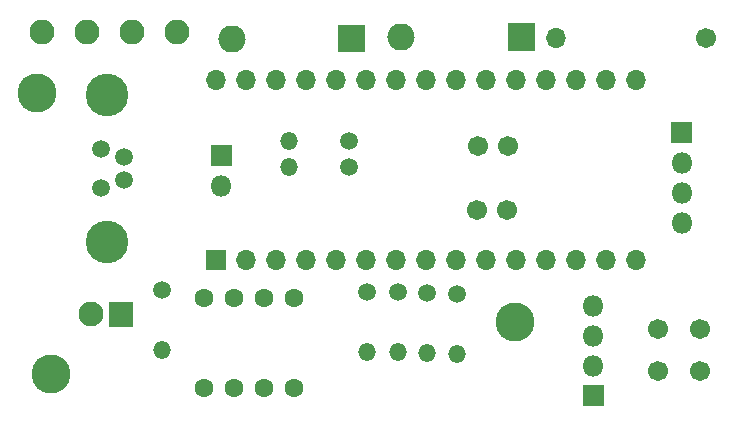
<source format=gbs>
%TF.GenerationSoftware,KiCad,Pcbnew,(5.1.8)-1*%
%TF.CreationDate,2021-01-24T12:06:26-05:00*%
%TF.ProjectId,TTS,5454532e-6b69-4636-9164-5f7063625858,rev?*%
%TF.SameCoordinates,Original*%
%TF.FileFunction,Soldermask,Bot*%
%TF.FilePolarity,Negative*%
%FSLAX46Y46*%
G04 Gerber Fmt 4.6, Leading zero omitted, Abs format (unit mm)*
G04 Created by KiCad (PCBNEW (5.1.8)-1) date 2021-01-24 12:06:26*
%MOMM*%
%LPD*%
G01*
G04 APERTURE LIST*
%ADD10C,3.301600*%
%ADD11C,3.601600*%
%ADD12C,1.501600*%
%ADD13C,1.701600*%
%ADD14O,1.701600X1.701600*%
%ADD15O,2.101600X2.101600*%
%ADD16C,2.101600*%
%ADD17O,1.501600X1.501600*%
%ADD18C,1.601600*%
%ADD19O,2.301600X2.301600*%
%ADD20O,1.801600X1.801600*%
G04 APERTURE END LIST*
D10*
%TO.C,REF\u002A\u002A*%
X30581600Y-39573200D03*
%TD*%
D11*
%TO.C,J1*%
X36525200Y-39673200D03*
X36525200Y-52173200D03*
D12*
X36025200Y-44273200D03*
X36025200Y-47573200D03*
X37975200Y-46923200D03*
X37975200Y-44923200D03*
%TD*%
D10*
%TO.C,REF\u002A\u002A*%
X31800800Y-63296800D03*
%TD*%
%TO.C,REF\u002A\u002A*%
X71018400Y-58953400D03*
%TD*%
D13*
%TO.C,U2*%
X86733651Y-63086251D03*
X83141549Y-63086251D03*
X83141549Y-59494149D03*
X86733651Y-59494149D03*
%TD*%
%TO.C,A1*%
G36*
G01*
X46545400Y-54546400D02*
X44945400Y-54546400D01*
G75*
G02*
X44894600Y-54495600I0J50800D01*
G01*
X44894600Y-52895600D01*
G75*
G02*
X44945400Y-52844800I50800J0D01*
G01*
X46545400Y-52844800D01*
G75*
G02*
X46596200Y-52895600I0J-50800D01*
G01*
X46596200Y-54495600D01*
G75*
G02*
X46545400Y-54546400I-50800J0D01*
G01*
G37*
D14*
X78765400Y-38455600D03*
X48285400Y-53695600D03*
X76225400Y-38455600D03*
X50825400Y-53695600D03*
X73685400Y-38455600D03*
X53365400Y-53695600D03*
X71145400Y-38455600D03*
X55905400Y-53695600D03*
X68605400Y-38455600D03*
X58445400Y-53695600D03*
X66065400Y-38455600D03*
X60985400Y-53695600D03*
X63525400Y-38455600D03*
X63525400Y-53695600D03*
X60985400Y-38455600D03*
X66065400Y-53695600D03*
X58445400Y-38455600D03*
X68605400Y-53695600D03*
X55905400Y-38455600D03*
X71145400Y-53695600D03*
X53365400Y-38455600D03*
X73685400Y-53695600D03*
X50825400Y-38455600D03*
X76225400Y-53695600D03*
X48285400Y-38455600D03*
X78765400Y-53695600D03*
X45745400Y-38455600D03*
X81305400Y-53695600D03*
X81305400Y-38455600D03*
%TD*%
D13*
%TO.C,C1*%
X67858000Y-49453800D03*
X70358000Y-49453800D03*
%TD*%
%TO.C,C2*%
X70459600Y-44043600D03*
X67959600Y-44043600D03*
%TD*%
D15*
%TO.C,D3*%
X30988000Y-34340800D03*
X34798000Y-34340800D03*
X38608000Y-34340800D03*
X42418000Y-34340800D03*
%TD*%
D16*
%TO.C,D4*%
X35153600Y-58267600D03*
G36*
G01*
X38744400Y-57267600D02*
X38744400Y-59267600D01*
G75*
G02*
X38693600Y-59318400I-50800J0D01*
G01*
X36693600Y-59318400D01*
G75*
G02*
X36642800Y-59267600I0J50800D01*
G01*
X36642800Y-57267600D01*
G75*
G02*
X36693600Y-57216800I50800J0D01*
G01*
X38693600Y-57216800D01*
G75*
G02*
X38744400Y-57267600I0J-50800D01*
G01*
G37*
%TD*%
D13*
%TO.C,R1*%
X87223600Y-34874200D03*
D14*
X74523600Y-34874200D03*
%TD*%
D12*
%TO.C,R2*%
X56972200Y-45796200D03*
D17*
X51892200Y-45796200D03*
%TD*%
%TO.C,R3*%
X51892200Y-43611800D03*
D12*
X56972200Y-43611800D03*
%TD*%
%TO.C,R8*%
X41173400Y-56210200D03*
D17*
X41173400Y-61290200D03*
%TD*%
D18*
%TO.C,U1*%
X52374800Y-64490600D03*
X52374800Y-56870600D03*
X49834800Y-64490600D03*
X49834800Y-56870600D03*
X47294800Y-64490600D03*
X47294800Y-56870600D03*
X44754800Y-64490600D03*
X44754800Y-56870600D03*
%TD*%
%TO.C,D1*%
G36*
G01*
X58377000Y-33825000D02*
X58377000Y-36025000D01*
G75*
G02*
X58326200Y-36075800I-50800J0D01*
G01*
X56126200Y-36075800D01*
G75*
G02*
X56075400Y-36025000I0J50800D01*
G01*
X56075400Y-33825000D01*
G75*
G02*
X56126200Y-33774200I50800J0D01*
G01*
X58326200Y-33774200D01*
G75*
G02*
X58377000Y-33825000I0J-50800D01*
G01*
G37*
D19*
X47066200Y-34925000D03*
%TD*%
%TO.C,D2*%
X61442600Y-34798000D03*
G36*
G01*
X72753400Y-33698000D02*
X72753400Y-35898000D01*
G75*
G02*
X72702600Y-35948800I-50800J0D01*
G01*
X70502600Y-35948800D01*
G75*
G02*
X70451800Y-35898000I0J50800D01*
G01*
X70451800Y-33698000D01*
G75*
G02*
X70502600Y-33647200I50800J0D01*
G01*
X72702600Y-33647200D01*
G75*
G02*
X72753400Y-33698000I0J-50800D01*
G01*
G37*
%TD*%
%TO.C,J2*%
G36*
G01*
X78574000Y-64301000D02*
X78574000Y-66001000D01*
G75*
G02*
X78523200Y-66051800I-50800J0D01*
G01*
X76823200Y-66051800D01*
G75*
G02*
X76772400Y-66001000I0J50800D01*
G01*
X76772400Y-64301000D01*
G75*
G02*
X76823200Y-64250200I50800J0D01*
G01*
X78523200Y-64250200D01*
G75*
G02*
X78574000Y-64301000I0J-50800D01*
G01*
G37*
D20*
X77673200Y-62611000D03*
X77673200Y-60071000D03*
X77673200Y-57531000D03*
%TD*%
D17*
%TO.C,R4*%
X58496200Y-61442600D03*
D12*
X58496200Y-56362600D03*
%TD*%
%TO.C,R5*%
X61137800Y-56413400D03*
D17*
X61137800Y-61493400D03*
%TD*%
%TO.C,R6*%
X63576200Y-61544200D03*
D12*
X63576200Y-56464200D03*
%TD*%
%TO.C,R7*%
X66116200Y-56515000D03*
D17*
X66116200Y-61595000D03*
%TD*%
%TO.C,SW1*%
G36*
G01*
X45276400Y-45681000D02*
X45276400Y-43981000D01*
G75*
G02*
X45327200Y-43930200I50800J0D01*
G01*
X47027200Y-43930200D01*
G75*
G02*
X47078000Y-43981000I0J-50800D01*
G01*
X47078000Y-45681000D01*
G75*
G02*
X47027200Y-45731800I-50800J0D01*
G01*
X45327200Y-45731800D01*
G75*
G02*
X45276400Y-45681000I0J50800D01*
G01*
G37*
D20*
X46177200Y-47371000D03*
%TD*%
%TO.C,J3*%
X85166200Y-50520600D03*
X85166200Y-47980600D03*
X85166200Y-45440600D03*
G36*
G01*
X84265400Y-43750600D02*
X84265400Y-42050600D01*
G75*
G02*
X84316200Y-41999800I50800J0D01*
G01*
X86016200Y-41999800D01*
G75*
G02*
X86067000Y-42050600I0J-50800D01*
G01*
X86067000Y-43750600D01*
G75*
G02*
X86016200Y-43801400I-50800J0D01*
G01*
X84316200Y-43801400D01*
G75*
G02*
X84265400Y-43750600I0J50800D01*
G01*
G37*
%TD*%
M02*

</source>
